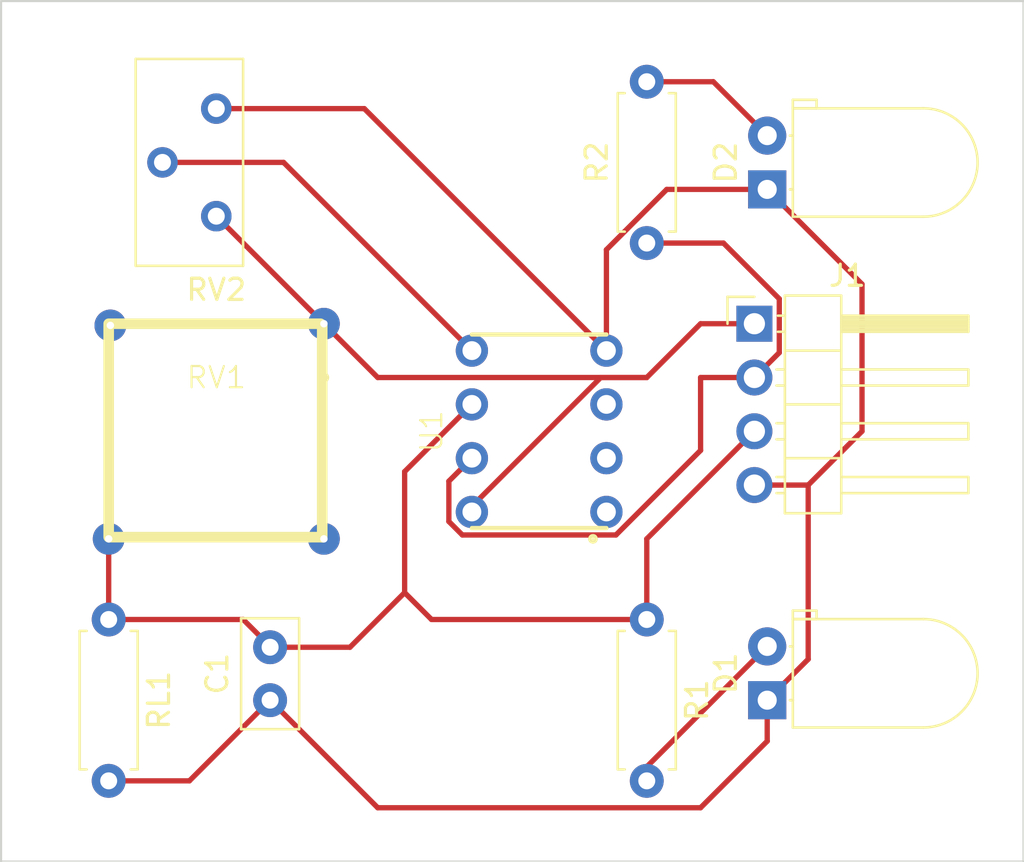
<source format=kicad_pcb>
(kicad_pcb (version 20221018) (generator pcbnew)
  (layers (0 "F.Cu" signal) (31 "B.Cu" signal) (37 "F.SilkS" user "F.Silkscreen") (38 "B.Mask" user) (39 "F.Mask" user) (44 "Edge.Cuts" user))
  (net 0 "")
  (net 1 "GND")
  (net 2 "Net-(J1-Pin_3)")
  (net 3 "Net-(D1-A)")
  (net 4 "Net-(D2-A)")
  (net 5 "+5V")
  (net 6 "Net-(J1-Pin_2)")
  (net 7 "Net-(U1B-+)")
  (footprint "Resistor_THT:R_Axial_DIN0207_L6.3mm_D2.5mm_P7.62mm_Horizontal" (layer "F.Cu") (at 142.24 113.03 -90)
    (fp_text reference "R1" (at 3.81 -2.37 90) (layer "F.SilkS"))
    (fp_text value "1k")
    (fp_line (start 0.54 -1.37) (end 7.08 -1.37) (stroke (width 0.12)) (layer "F.SilkS"))
    (fp_line (start 0.54 -1.04) (end 0.54 -1.37) (stroke (width 0.12)) (layer "F.SilkS"))
    (fp_line (start 0.54 1.04) (end 0.54 1.37) (stroke (width 0.12)) (layer "F.SilkS"))
    (fp_line (start 0.54 1.37) (end 7.08 1.37) (stroke (width 0.12)) (layer "F.SilkS"))
    (fp_line (start 7.08 -1.37) (end 7.08 -1.04) (stroke (width 0.12)) (layer "F.SilkS"))
    (fp_line (start 7.08 1.37) (end 7.08 1.04) (stroke (width 0.12)) (layer "F.SilkS"))
    (pad "1" thru_hole circle (at 0 0 270) (size 1.6 1.6) (drill 0.8) (layers "*.Cu" "*.Mask") (net 2 "Net-(J1-Pin_3)"))
    (pad "2" thru_hole oval (at 7.62 0 270) (size 1.6 1.6) (drill 0.8) (layers "*.Cu" "*.Mask") (net 3 "Net-(D1-A)"))
  )
  (footprint "Footprints:LM393" (layer "F.Cu") (at 137.16 104.14 90)
    (fp_text reference "U1" (at 0 -5.08 90 unlocked) (layer "F.SilkS") (effects (font (thickness 0.1))))
    (fp_text value "LM393")
    (fp_line (start -4.572 -3.175) (end -4.572 3.175) (stroke (width 0.2032)) (layer "F.SilkS"))
    (fp_line (start 4.572 -3.175) (end 4.572 3.175) (stroke (width 0.2032)) (layer "F.SilkS"))
    (fp_circle (center -5.08 2.54) (end -4.953 2.54) (stroke (width 0.2032)) (fill none) (layer "F.SilkS"))
    (pad "1" thru_hole circle (at -3.81 3.175 90) (size 1.524 1.524) (drill 0.889) (layers "*.Cu" "*.Mask"))
    (pad "2" thru_hole circle (at -1.27 3.175 90) (size 1.524 1.524) (drill 0.889) (layers "*.Cu" "*.Mask"))
    (pad "3" thru_hole circle (at 1.27 3.175 90) (size 1.524 1.524) (drill 0.889) (layers "*.Cu" "*.Mask"))
    (pad "4" thru_hole circle (at 3.81 3.175 90) (size 1.524 1.524) (drill 0.889) (layers "*.Cu" "*.Mask") (net 1 "GND"))
    (pad "5" thru_hole circle (at 3.81 -3.175 90) (size 1.524 1.524) (drill 0.889) (layers "*.Cu" "*.Mask") (net 7 "Net-(U1B-+)"))
    (pad "6" thru_hole circle (at 1.27 -3.175 90) (size 1.524 1.524) (drill 0.889) (layers "*.Cu" "*.Mask") (net 2 "Net-(J1-Pin_3)"))
    (pad "7" thru_hole circle (at -1.27 -3.175 90) (size 1.524 1.524) (drill 0.889) (layers "*.Cu" "*.Mask") (net 6 "Net-(J1-Pin_2)"))
    (pad "8" thru_hole circle (at -3.81 -3.175 90) (size 1.524 1.524) (drill 0.889) (layers "*.Cu" "*.Mask") (net 5 "+5V"))
  )
  (footprint "Resistor_THT:R_Axial_DIN0207_L6.3mm_D2.5mm_P7.62mm_Horizontal" (layer "F.Cu") (at 142.24 95.25 90)
    (fp_text reference "R2" (at 3.81 -2.37 90) (layer "F.SilkS"))
    (fp_text value "1k")
    (fp_line (start 0.54 -1.37) (end 7.08 -1.37) (stroke (width 0.12)) (layer "F.SilkS"))
    (fp_line (start 0.54 -1.04) (end 0.54 -1.37) (stroke (width 0.12)) (layer "F.SilkS"))
    (fp_line (start 0.54 1.04) (end 0.54 1.37) (stroke (width 0.12)) (layer "F.SilkS"))
    (fp_line (start 0.54 1.37) (end 7.08 1.37) (stroke (width 0.12)) (layer "F.SilkS"))
    (fp_line (start 7.08 -1.37) (end 7.08 -1.04) (stroke (width 0.12)) (layer "F.SilkS"))
    (fp_line (start 7.08 1.37) (end 7.08 1.04) (stroke (width 0.12)) (layer "F.SilkS"))
    (pad "1" thru_hole circle (at 0 0 90) (size 1.6 1.6) (drill 0.8) (layers "*.Cu" "*.Mask") (net 6 "Net-(J1-Pin_2)"))
    (pad "2" thru_hole oval (at 7.62 0 90) (size 1.6 1.6) (drill 0.8) (layers "*.Cu" "*.Mask") (net 4 "Net-(D2-A)"))
  )
  (footprint "Capacitor_THT:C_Disc_D5.0mm_W2.5mm_P2.50mm" (layer "F.Cu") (at 124.46 116.84 90)
    (fp_text reference "C1" (at 1.25 -2.5 90) (layer "F.SilkS"))
    (fp_text value "0.1 uF")
    (fp_line (start -1.37 -1.37) (end -1.37 1.37) (stroke (width 0.12)) (layer "F.SilkS"))
    (fp_line (start -1.37 -1.37) (end 3.87 -1.37) (stroke (width 0.12)) (layer "F.SilkS"))
    (fp_line (start -1.37 1.37) (end 3.87 1.37) (stroke (width 0.12)) (layer "F.SilkS"))
    (fp_line (start 3.87 -1.37) (end 3.87 1.37) (stroke (width 0.12)) (layer "F.SilkS"))
    (pad "1" thru_hole circle (at 0 0 90) (size 1.6 1.6) (drill 0.8) (layers "*.Cu" "*.Mask") (net 1 "GND"))
    (pad "2" thru_hole circle (at 2.5 0 90) (size 1.6 1.6) (drill 0.8) (layers "*.Cu" "*.Mask") (net 2 "Net-(J1-Pin_3)"))
  )
  (footprint "LED_THT:LED_D5.0mm_Horizontal_O1.27mm_Z3.0mm" (layer "F.Cu") (at 147.925 92.715 90)
    (fp_text reference "D2" (at 1.27 -1.96 90) (layer "F.SilkS"))
    (fp_text value "LED")
    (fp_line (start -1.29 1.21) (end -1.29 7.37) (stroke (width 0.12)) (layer "F.SilkS"))
    (fp_line (start -1.29 1.21) (end 3.83 1.21) (stroke (width 0.12)) (layer "F.SilkS"))
    (fp_line (start 0 1.08) (end 0 1.08) (stroke (width 0.12)) (layer "F.SilkS"))
    (fp_line (start 0 1.08) (end 0 1.21) (stroke (width 0.12)) (layer "F.SilkS"))
    (fp_line (start 0 1.21) (end 0 1.08) (stroke (width 0.12)) (layer "F.SilkS"))
    (fp_line (start 0 1.21) (end 0 1.21) (stroke (width 0.12)) (layer "F.SilkS"))
    (fp_line (start 2.54 1.08) (end 2.54 1.08) (stroke (width 0.12)) (layer "F.SilkS"))
    (fp_line (start 2.54 1.08) (end 2.54 1.21) (stroke (width 0.12)) (layer "F.SilkS"))
    (fp_line (start 2.54 1.21) (end 2.54 1.08) (stroke (width 0.12)) (layer "F.SilkS"))
    (fp_line (start 2.54 1.21) (end 2.54 1.21) (stroke (width 0.12)) (layer "F.SilkS"))
    (fp_line (start 3.83 1.21) (end 3.83 7.37) (stroke (width 0.12)) (layer "F.SilkS"))
    (fp_line (start 3.83 1.21) (end 4.23 1.21) (stroke (width 0.12)) (layer "F.SilkS"))
    (fp_line (start 3.83 2.33) (end 3.83 1.21) (stroke (width 0.12)) (layer "F.SilkS"))
    (fp_line (start 4.23 1.21) (end 4.23 2.33) (stroke (width 0.12)) (layer "F.SilkS"))
    (fp_line (start 4.23 2.33) (end 3.83 2.33) (stroke (width 0.12)) (layer "F.SilkS"))
    (fp_arc (start 3.83 7.37) (mid 1.27 9.93) (end -1.29 7.37) (stroke (width 0.12)) (layer "F.SilkS"))
    (pad "1" thru_hole rect (at 0 0 90) (size 1.8 1.8) (drill 0.9) (layers "*.Cu" "*.Mask") (net 1 "GND"))
    (pad "2" thru_hole circle (at 2.54 0 90) (size 1.8 1.8) (drill 0.9) (layers "*.Cu" "*.Mask") (net 4 "Net-(D2-A)"))
  )
  (footprint "Potentiometer_THT:Potentiometer_Bourns_3386X_Horizontal" (layer "F.Cu") (at 121.92 93.98 180)
    (fp_text reference "RV2" (at 0 -3.475) (layer "F.SilkS"))
    (fp_text value "10k")
    (fp_line (start -1.265 -2.345) (end -1.265 7.425) (stroke (width 0.12)) (layer "F.SilkS"))
    (fp_line (start -1.265 -2.345) (end 3.805 -2.345) (stroke (width 0.12)) (layer "F.SilkS"))
    (fp_line (start -1.265 7.425) (end 3.805 7.425) (stroke (width 0.12)) (layer "F.SilkS"))
    (fp_line (start 3.805 -2.345) (end 3.805 7.425) (stroke (width 0.12)) (layer "F.SilkS"))
    (pad "1" thru_hole circle (at 0 0 180) (size 1.44 1.44) (drill 0.8) (layers "*.Cu" "*.Mask") (net 5 "+5V"))
    (pad "2" thru_hole circle (at 2.54 2.54 180) (size 1.44 1.44) (drill 0.8) (layers "*.Cu" "*.Mask") (net 7 "Net-(U1B-+)"))
    (pad "3" thru_hole circle (at 0 5.08 180) (size 1.44 1.44) (drill 0.8) (layers "*.Cu" "*.Mask") (net 1 "GND"))
  )
  (footprint "Resistor_THT:R_Axial_DIN0207_L6.3mm_D2.5mm_P7.62mm_Horizontal" (layer "F.Cu") (at 116.84 113.03 -90)
    (fp_text reference "RL1" (at 3.81 -2.37 90) (layer "F.SilkS"))
    (fp_text value "10k")
    (fp_line (start 0.54 -1.37) (end 7.08 -1.37) (stroke (width 0.12)) (layer "F.SilkS"))
    (fp_line (start 0.54 -1.04) (end 0.54 -1.37) (stroke (width 0.12)) (layer "F.SilkS"))
    (fp_line (start 0.54 1.04) (end 0.54 1.37) (stroke (width 0.12)) (layer "F.SilkS"))
    (fp_line (start 0.54 1.37) (end 7.08 1.37) (stroke (width 0.12)) (layer "F.SilkS"))
    (fp_line (start 7.08 -1.37) (end 7.08 -1.04) (stroke (width 0.12)) (layer "F.SilkS"))
    (fp_line (start 7.08 1.37) (end 7.08 1.04) (stroke (width 0.12)) (layer "F.SilkS"))
    (pad "1" thru_hole circle (at 0 0 270) (size 1.6 1.6) (drill 0.8) (layers "*.Cu" "*.Mask") (net 2 "Net-(J1-Pin_3)"))
    (pad "2" thru_hole oval (at 7.62 0 270) (size 1.6 1.6) (drill 0.8) (layers "*.Cu" "*.Mask") (net 1 "GND"))
  )
  (footprint "LED_THT:LED_D5.0mm_Horizontal_O1.27mm_Z3.0mm" (layer "F.Cu") (at 147.925 116.84 90)
    (fp_text reference "D1" (at 1.27 -1.96 90) (layer "F.SilkS"))
    (fp_text value "LED")
    (fp_line (start -1.29 1.21) (end -1.29 7.37) (stroke (width 0.12)) (layer "F.SilkS"))
    (fp_line (start -1.29 1.21) (end 3.83 1.21) (stroke (width 0.12)) (layer "F.SilkS"))
    (fp_line (start 0 1.08) (end 0 1.08) (stroke (width 0.12)) (layer "F.SilkS"))
    (fp_line (start 0 1.08) (end 0 1.21) (stroke (width 0.12)) (layer "F.SilkS"))
    (fp_line (start 0 1.21) (end 0 1.08) (stroke (width 0.12)) (layer "F.SilkS"))
    (fp_line (start 0 1.21) (end 0 1.21) (stroke (width 0.12)) (layer "F.SilkS"))
    (fp_line (start 2.54 1.08) (end 2.54 1.08) (stroke (width 0.12)) (layer "F.SilkS"))
    (fp_line (start 2.54 1.08) (end 2.54 1.21) (stroke (width 0.12)) (layer "F.SilkS"))
    (fp_line (start 2.54 1.21) (end 2.54 1.08) (stroke (width 0.12)) (layer "F.SilkS"))
    (fp_line (start 2.54 1.21) (end 2.54 1.21) (stroke (width 0.12)) (layer "F.SilkS"))
    (fp_line (start 3.83 1.21) (end 3.83 7.37) (stroke (width 0.12)) (layer "F.SilkS"))
    (fp_line (start 3.83 1.21) (end 4.23 1.21) (stroke (width 0.12)) (layer "F.SilkS"))
    (fp_line (start 3.83 2.33) (end 3.83 1.21) (stroke (width 0.12)) (layer "F.SilkS"))
    (fp_line (start 4.23 1.21) (end 4.23 2.33) (stroke (width 0.12)) (layer "F.SilkS"))
    (fp_line (start 4.23 2.33) (end 3.83 2.33) (stroke (width 0.12)) (layer "F.SilkS"))
    (fp_arc (start 3.83 7.37) (mid 1.27 9.93) (end -1.29 7.37) (stroke (width 0.12)) (layer "F.SilkS"))
    (pad "1" thru_hole rect (at 0 0 90) (size 1.8 1.8) (drill 0.9) (layers "*.Cu" "*.Mask") (net 1 "GND"))
    (pad "2" thru_hole circle (at 2.54 0 90) (size 1.8 1.8) (drill 0.9) (layers "*.Cu" "*.Mask") (net 3 "Net-(D1-A)"))
  )
  (footprint "Connector_PinHeader_2.54mm:PinHeader_1x04_P2.54mm_Horizontal" (layer "F.Cu") (at 147.32 99.06)
    (fp_text reference "J1" (at 4.385 -2.27) (layer "F.SilkS"))
    (fp_text value "Conn_01x04_Pin")
    (fp_line (start -1.27 -1.27) (end 0 -1.27) (stroke (width 0.12)) (layer "F.SilkS"))
    (fp_line (start -1.27 0) (end -1.27 -1.27) (stroke (width 0.12)) (layer "F.SilkS"))
    (fp_line (start 1.042929 2.16) (end 1.44 2.16) (stroke (width 0.12)) (layer "F.SilkS"))
    (fp_line (start 1.042929 2.92) (end 1.44 2.92) (stroke (width 0.12)) (layer "F.SilkS"))
    (fp_line (start 1.042929 4.7) (end 1.44 4.7) (stroke (width 0.12)) (layer "F.SilkS"))
    (fp_line (start 1.042929 5.46) (end 1.44 5.46) (stroke (width 0.12)) (layer "F.SilkS"))
    (fp_line (start 1.042929 7.24) (end 1.44 7.24) (stroke (width 0.12)) (layer "F.SilkS"))
    (fp_line (start 1.042929 8) (end 1.44 8) (stroke (width 0.12)) (layer "F.SilkS"))
    (fp_line (start 1.11 -0.38) (end 1.44 -0.38) (stroke (width 0.12)) (layer "F.SilkS"))
    (fp_line (start 1.11 0.38) (end 1.44 0.38) (stroke (width 0.12)) (layer "F.SilkS"))
    (fp_line (start 1.44 -1.33) (end 1.44 8.95) (stroke (width 0.12)) (layer "F.SilkS"))
    (fp_line (start 1.44 1.27) (end 4.1 1.27) (stroke (width 0.12)) (layer "F.SilkS"))
    (fp_line (start 1.44 3.81) (end 4.1 3.81) (stroke (width 0.12)) (layer "F.SilkS"))
    (fp_line (start 1.44 6.35) (end 4.1 6.35) (stroke (width 0.12)) (layer "F.SilkS"))
    (fp_line (start 1.44 8.95) (end 4.1 8.95) (stroke (width 0.12)) (layer "F.SilkS"))
    (fp_line (start 4.1 -1.33) (end 1.44 -1.33) (stroke (width 0.12)) (layer "F.SilkS"))
    (fp_line (start 4.1 -0.38) (end 10.1 -0.38) (stroke (width 0.12)) (layer "F.SilkS"))
    (fp_line (start 4.1 -0.32) (end 10.1 -0.32) (stroke (width 0.12)) (layer "F.SilkS"))
    (fp_line (start 4.1 -0.2) (end 10.1 -0.2) (stroke (width 0.12)) (layer "F.SilkS"))
    (fp_line (start 4.1 -0.08) (end 10.1 -0.08) (stroke (width 0.12)) (layer "F.SilkS"))
    (fp_line (start 4.1 0.04) (end 10.1 0.04) (stroke (width 0.12)) (layer "F.SilkS"))
    (fp_line (start 4.1 0.16) (end 10.1 0.16) (stroke (width 0.12)) (layer "F.SilkS"))
    (fp_line (start 4.1 0.28) (end 10.1 0.28) (stroke (width 0.12)) (layer "F.SilkS"))
    (fp_line (start 4.1 2.16) (end 10.1 2.16) (stroke (width 0.12)) (layer "F.SilkS"))
    (fp_line (start 4.1 4.7) (end 10.1 4.7) (stroke (width 0.12)) (layer "F.SilkS"))
    (fp_line (start 4.1 7.24) (end 10.1 7.24) (stroke (width 0.12)) (layer "F.SilkS"))
    (fp_line (start 4.1 8.95) (end 4.1 -1.33) (stroke (width 0.12)) (layer "F.SilkS"))
    (fp_line (start 10.1 -0.38) (end 10.1 0.38) (stroke (width 0.12)) (layer "F.SilkS"))
    (fp_line (start 10.1 0.38) (end 4.1 0.38) (stroke (width 0.12)) (layer "F.SilkS"))
    (fp_line (start 10.1 2.16) (end 10.1 2.92) (stroke (width 0.12)) (layer "F.SilkS"))
    (fp_line (start 10.1 2.92) (end 4.1 2.92) (stroke (width 0.12)) (layer "F.SilkS"))
    (fp_line (start 10.1 4.7) (end 10.1 5.46) (stroke (width 0.12)) (layer "F.SilkS"))
    (fp_line (start 10.1 5.46) (end 4.1 5.46) (stroke (width 0.12)) (layer "F.SilkS"))
    (fp_line (start 10.1 7.24) (end 10.1 8) (stroke (width 0.12)) (layer "F.SilkS"))
    (fp_line (start 10.1 8) (end 4.1 8) (stroke (width 0.12)) (layer "F.SilkS"))
    (pad "1" thru_hole rect (at 0 0) (size 1.7 1.7) (drill 1) (layers "*.Cu" "*.Mask") (net 5 "+5V"))
    (pad "2" thru_hole oval (at 0 2.54) (size 1.7 1.7) (drill 1) (layers "*.Cu" "*.Mask") (net 6 "Net-(J1-Pin_2)"))
    (pad "3" thru_hole oval (at 0 5.08) (size 1.7 1.7) (drill 1) (layers "*.Cu" "*.Mask") (net 2 "Net-(J1-Pin_3)"))
    (pad "4" thru_hole oval (at 0 7.62) (size 1.7 1.7) (drill 1) (layers "*.Cu" "*.Mask") (net 1 "GND"))
  )
  (footprint "Footprints:NH3Sensor" (layer "F.Cu") (at 121.92 104.14)
    (fp_text reference "RV1" (at 0 -2.54 unlocked) (layer "F.SilkS") (effects (font (thickness 0.1))))
    (fp_text value "500")
    (fp_line (start -5.08 -5.08) (end 4.92 -5.08) (stroke (width 0.5)) (layer "F.SilkS"))
    (fp_line (start -5.08 5) (end -5.08 -5) (stroke (width 0.5)) (layer "F.SilkS"))
    (fp_line (start -5 5) (end 5 5) (stroke (width 0.5)) (layer "F.SilkS"))
    (fp_line (start 5 5) (end 5 -5) (stroke (width 0.5)) (layer "F.SilkS"))
    (fp_line (start 5.08 -2.54) (end 5.08 -2.54) (stroke (width 0.5)) (layer "F.SilkS"))
    (pad "1" thru_hole circle (at -5 -5) (size 1.5 1.5) (drill 0.35) (layers "*.Cu" "*.Mask") (net 5 "+5V"))
    (pad "2" thru_hole circle (at 5.08 -5.08) (size 1.5 1.5) (drill 0.35) (layers "*.Cu" "*.Mask") (net 5 "+5V"))
    (pad "3" thru_hole circle (at 5.08 5.08) (size 1.5 1.5) (drill 0.35) (layers "*.Cu" "*.Mask") (net 2 "Net-(J1-Pin_3)"))
    (pad "4" thru_hole circle (at -5.08 5.08) (size 1.5 1.5) (drill 0.35) (layers "*.Cu" "*.Mask") (net 2 "Net-(J1-Pin_3)"))
  )
  (gr_rect (start 111.76 83.82) (end 160.02 124.46) (stroke (width 0.1)) (fill none) (layer "Edge.Cuts"))
  (segment (start 124.46 116.84) (end 129.54 121.92) (width 0.25) (layer "F.Cu") (net 1))
  (segment (start 149.86 106.68) (end 147.32 106.68) (width 0.25) (layer "F.Cu") (net 1))
  (segment (start 120.65 120.65) (end 124.46 116.84) (width 0.25) (layer "F.Cu") (net 1))
  (segment (start 116.84 120.65) (end 120.65 120.65) (width 0.25) (layer "F.Cu") (net 1))
  (segment (start 140.335 100.33) (end 140.335 95.564009) (width 0.25) (layer "F.Cu") (net 1))
  (segment (start 143.184009 92.715) (end 147.925 92.715) (width 0.25) (layer "F.Cu") (net 1))
  (segment (start 140.335 95.564009) (end 143.184009 92.715) (width 0.25) (layer "F.Cu") (net 1))
  (segment (start 147.925 118.775) (end 147.925 116.84) (width 0.25) (layer "F.Cu") (net 1))
  (segment (start 152.4 104.14) (end 149.86 106.68) (width 0.25) (layer "F.Cu") (net 1))
  (segment (start 149.86 114.905) (end 149.86 106.68) (width 0.25) (layer "F.Cu") (net 1))
  (segment (start 129.54 121.92) (end 144.78 121.92) (width 0.25) (layer "F.Cu") (net 1))
  (segment (start 128.905 88.9) (end 140.335 100.33) (width 0.25) (layer "F.Cu") (net 1))
  (segment (start 121.92 88.9) (end 128.905 88.9) (width 0.25) (layer "F.Cu") (net 1))
  (segment (start 152.4 97.19) (end 152.4 104.14) (width 0.25) (layer "F.Cu") (net 1))
  (segment (start 147.925 92.715) (end 152.4 97.19) (width 0.25) (layer "F.Cu") (net 1))
  (segment (start 144.78 121.92) (end 147.925 118.775) (width 0.25) (layer "F.Cu") (net 1))
  (segment (start 147.925 116.84) (end 149.86 114.905) (width 0.25) (layer "F.Cu") (net 1))
  (segment (start 116.84 113.03) (end 123.19 113.03) (width 0.25) (layer "F.Cu") (net 2))
  (segment (start 128.23 114.34) (end 130.81 111.76) (width 0.25) (layer "F.Cu") (net 2))
  (segment (start 130.81 106.045) (end 130.81 111.76) (width 0.25) (layer "F.Cu") (net 2))
  (segment (start 142.24 109.22) (end 147.32 104.14) (width 0.25) (layer "F.Cu") (net 2))
  (segment (start 124.46 114.34) (end 128.23 114.34) (width 0.25) (layer "F.Cu") (net 2))
  (segment (start 142.24 113.03) (end 132.08 113.03) (width 0.25) (layer "F.Cu") (net 2))
  (segment (start 132.08 113.03) (end 130.81 111.76) (width 0.25) (layer "F.Cu") (net 2))
  (segment (start 133.985 102.87) (end 130.81 106.045) (width 0.25) (layer "F.Cu") (net 2))
  (segment (start 123.19 113.03) (end 124.46 114.3) (width 0.25) (layer "F.Cu") (net 2))
  (segment (start 116.84 109.22) (end 127 109.22) (width 0.25) (layer "F.Cu") (net 2))
  (segment (start 116.84 109.22) (end 116.84 113.03) (width 0.25) (layer "F.Cu") (net 2))
  (segment (start 142.24 113.03) (end 142.24 109.22) (width 0.25) (layer "F.Cu") (net 2))
  (segment (start 147.925 114.3) (end 142.24 119.985) (width 0.25) (layer "F.Cu") (net 3))
  (segment (start 142.24 119.985) (end 142.24 120.65) (width 0.25) (layer "F.Cu") (net 3))
  (segment (start 145.38 87.63) (end 142.24 87.63) (width 0.25) (layer "F.Cu") (net 4))
  (segment (start 147.925 90.175) (end 145.38 87.63) (width 0.25) (layer "F.Cu") (net 4))
  (segment (start 116.92 99.14) (end 126.92 99.14) (width 0.25) (layer "F.Cu") (net 5))
  (segment (start 121.92 93.98) (end 127 99.06) (width 0.25) (layer "F.Cu") (net 5))
  (segment (start 129.54 101.6) (end 142.24 101.6) (width 0.25) (layer "F.Cu") (net 5))
  (segment (start 133.985 107.682749) (end 140.067749 101.6) (width 0.25) (layer "F.Cu") (net 5))
  (segment (start 140.067749 101.6) (end 142.24 101.6) (width 0.25) (layer "F.Cu") (net 5))
  (segment (start 127 99.06) (end 129.54 101.6) (width 0.25) (layer "F.Cu") (net 5))
  (segment (start 142.24 101.6) (end 144.78 99.06) (width 0.25) (layer "F.Cu") (net 5))
  (segment (start 133.985 107.95) (end 133.985 107.682749) (width 0.25) (layer "F.Cu") (net 5))
  (segment (start 144.78 99.06) (end 147.32 99.06) (width 0.25) (layer "F.Cu") (net 5))
  (segment (start 126.92 99.14) (end 127 99.06) (width 0.25) (layer "F.Cu") (net 5))
  (segment (start 144.78 101.6) (end 147.32 101.6) (width 0.25) (layer "F.Cu") (net 6))
  (segment (start 140.785251 109.037) (end 133.534749 109.037) (width 0.25) (layer "F.Cu") (net 6))
  (segment (start 148.495 97.885) (end 145.86 95.25) (width 0.25) (layer "F.Cu") (net 6))
  (segment (start 147.32 101.6) (end 148.495 100.425) (width 0.25) (layer "F.Cu") (net 6))
  (segment (start 145.86 95.25) (end 142.24 95.25) (width 0.25) (layer "F.Cu") (net 6))
  (segment (start 133.534749 109.037) (end 132.898 108.400251) (width 0.25) (layer "F.Cu") (net 6))
  (segment (start 144.78 101.6) (end 144.78 105.042251) (width 0.25) (layer "F.Cu") (net 6))
  (segment (start 132.898 108.400251) (end 132.898 106.497) (width 0.25) (layer "F.Cu") (net 6))
  (segment (start 148.495 100.425) (end 148.495 97.885) (width 0.25) (layer "F.Cu") (net 6))
  (segment (start 132.898 106.497) (end 133.985 105.41) (width 0.25) (layer "F.Cu") (net 6))
  (segment (start 144.78 105.042251) (end 140.785251 109.037) (width 0.25) (layer "F.Cu") (net 6))
  (segment (start 133.985 100.33) (end 125.095 91.44) (width 0.25) (layer "F.Cu") (net 7))
  (segment (start 125.095 91.44) (end 119.38 91.44) (width 0.25) (layer "F.Cu") (net 7))
)
</source>
